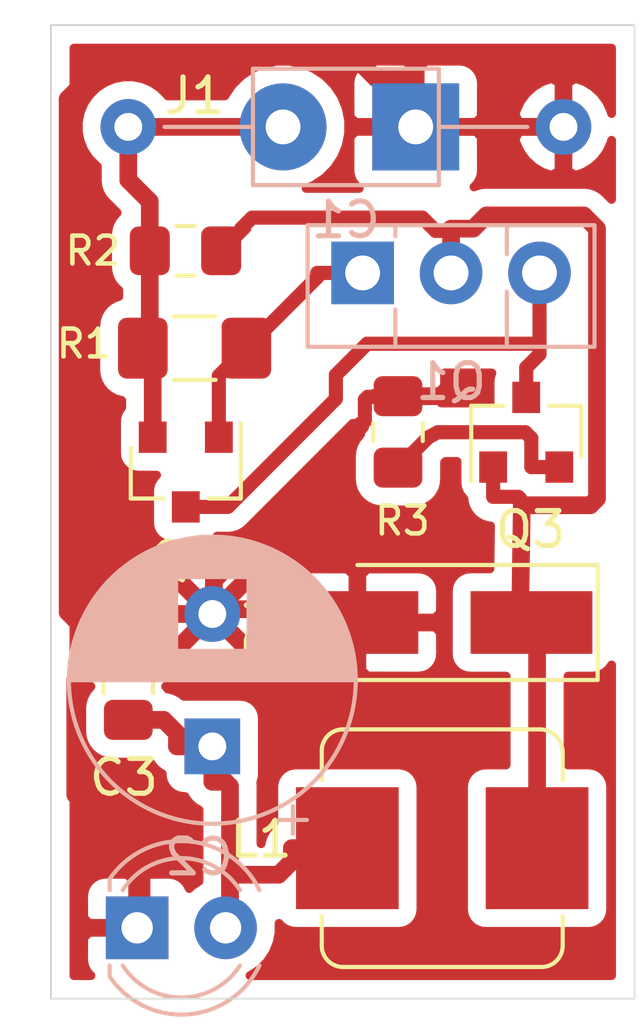
<source format=kicad_pcb>
(kicad_pcb (version 20171130) (host pcbnew "(5.1.5)-3")

  (general
    (thickness 1.6)
    (drawings 4)
    (tracks 95)
    (zones 0)
    (modules 13)
    (nets 8)
  )

  (page A4)
  (layers
    (0 F.Cu signal)
    (31 B.Cu jumper)
    (32 B.Adhes user)
    (33 F.Adhes user)
    (34 B.Paste user)
    (35 F.Paste user)
    (36 B.SilkS user hide)
    (37 F.SilkS user)
    (38 B.Mask user)
    (39 F.Mask user)
    (40 Dwgs.User user)
    (41 Cmts.User user)
    (42 Eco1.User user)
    (43 Eco2.User user)
    (44 Edge.Cuts user)
    (45 Margin user)
    (46 B.CrtYd user)
    (47 F.CrtYd user)
    (48 B.Fab user)
    (49 F.Fab user)
  )

  (setup
    (last_trace_width 0.25)
    (user_trace_width 0.4064)
    (user_trace_width 0.508)
    (trace_clearance 0.2)
    (zone_clearance 0.508)
    (zone_45_only no)
    (trace_min 0.2)
    (via_size 0.8)
    (via_drill 0.4)
    (via_min_size 0.4)
    (via_min_drill 0.3)
    (user_via 1.524 0.508)
    (uvia_size 0.3)
    (uvia_drill 0.1)
    (uvias_allowed no)
    (uvia_min_size 0.2)
    (uvia_min_drill 0.1)
    (edge_width 0.05)
    (segment_width 0.2)
    (pcb_text_width 0.3)
    (pcb_text_size 1.5 1.5)
    (mod_edge_width 0.12)
    (mod_text_size 1 1)
    (mod_text_width 0.15)
    (pad_size 1.524 1.524)
    (pad_drill 0.762)
    (pad_to_mask_clearance 0.051)
    (solder_mask_min_width 0.25)
    (aux_axis_origin 0 0)
    (visible_elements 7FFFFFFF)
    (pcbplotparams
      (layerselection 0x00080_7ffffffe)
      (usegerberextensions false)
      (usegerberattributes false)
      (usegerberadvancedattributes false)
      (creategerberjobfile false)
      (excludeedgelayer false)
      (linewidth 0.100000)
      (plotframeref false)
      (viasonmask false)
      (mode 1)
      (useauxorigin false)
      (hpglpennumber 1)
      (hpglpenspeed 20)
      (hpglpendiameter 15.000000)
      (psnegative false)
      (psa4output false)
      (plotreference true)
      (plotvalue true)
      (plotinvisibletext false)
      (padsonsilk false)
      (subtractmaskfromsilk false)
      (outputformat 5)
      (mirror false)
      (drillshape 0)
      (scaleselection 1)
      (outputdirectory ""))
  )

  (net 0 "")
  (net 1 VCC)
  (net 2 GND)
  (net 3 "Net-(D1-Pad1)")
  (net 4 "Net-(Q1-Pad3)")
  (net 5 "Net-(Q1-Pad1)")
  (net 6 "Net-(C2-Pad1)")
  (net 7 "Net-(Q3-Pad2)")

  (net_class Default "This is the default net class."
    (clearance 0.2)
    (trace_width 0.25)
    (via_dia 0.8)
    (via_drill 0.4)
    (uvia_dia 0.3)
    (uvia_drill 0.1)
  )

  (net_class pwr ""
    (clearance 0.2)
    (trace_width 0.508)
    (via_dia 0.8)
    (via_drill 0.4)
    (uvia_dia 0.3)
    (uvia_drill 0.1)
    (add_net GND)
    (add_net VCC)
  )

  (net_class signal ""
    (clearance 0.2)
    (trace_width 0.4064)
    (via_dia 0.8)
    (via_drill 0.4)
    (uvia_dia 0.3)
    (uvia_drill 0.1)
    (add_net "Net-(C2-Pad1)")
    (add_net "Net-(D1-Pad1)")
    (add_net "Net-(Q1-Pad1)")
    (add_net "Net-(Q1-Pad3)")
    (add_net "Net-(Q3-Pad2)")
  )

  (module Capacitor_SMD:C_0805_2012Metric_Pad1.15x1.40mm_HandSolder (layer F.Cu) (tedit 5B36C52B) (tstamp 65FA0076)
    (at 43.815 40.631 90)
    (descr "Capacitor SMD 0805 (2012 Metric), square (rectangular) end terminal, IPC_7351 nominal with elongated pad for handsoldering. (Body size source: https://docs.google.com/spreadsheets/d/1BsfQQcO9C6DZCsRaXUlFlo91Tg2WpOkGARC1WS5S8t0/edit?usp=sharing), generated with kicad-footprint-generator")
    (tags "capacitor handsolder")
    (path /65FEE2F2)
    (attr smd)
    (fp_text reference C3 (at -2.676 -0.127 180) (layer F.SilkS)
      (effects (font (size 1 1) (thickness 0.15)))
    )
    (fp_text value 1u (at 0 1.65 90) (layer F.Fab)
      (effects (font (size 1 1) (thickness 0.15)))
    )
    (fp_line (start -1 0.6) (end -1 -0.6) (layer F.Fab) (width 0.1))
    (fp_line (start -1 -0.6) (end 1 -0.6) (layer F.Fab) (width 0.1))
    (fp_line (start 1 -0.6) (end 1 0.6) (layer F.Fab) (width 0.1))
    (fp_line (start 1 0.6) (end -1 0.6) (layer F.Fab) (width 0.1))
    (fp_line (start -0.261252 -0.71) (end 0.261252 -0.71) (layer F.SilkS) (width 0.12))
    (fp_line (start -0.261252 0.71) (end 0.261252 0.71) (layer F.SilkS) (width 0.12))
    (fp_line (start -1.85 0.95) (end -1.85 -0.95) (layer F.CrtYd) (width 0.05))
    (fp_line (start -1.85 -0.95) (end 1.85 -0.95) (layer F.CrtYd) (width 0.05))
    (fp_line (start 1.85 -0.95) (end 1.85 0.95) (layer F.CrtYd) (width 0.05))
    (fp_line (start 1.85 0.95) (end -1.85 0.95) (layer F.CrtYd) (width 0.05))
    (fp_text user %R (at 0 0 90) (layer F.Fab)
      (effects (font (size 0.5 0.5) (thickness 0.08)))
    )
    (pad 1 smd roundrect (at -1.025 0 90) (size 1.15 1.4) (layers F.Cu F.Paste F.Mask) (roundrect_rratio 0.217391)
      (net 6 "Net-(C2-Pad1)"))
    (pad 2 smd roundrect (at 1.025 0 90) (size 1.15 1.4) (layers F.Cu F.Paste F.Mask) (roundrect_rratio 0.217391)
      (net 2 GND))
    (model ${KISYS3DMOD}/Capacitor_SMD.3dshapes/C_0805_2012Metric.wrl
      (at (xyz 0 0 0))
      (scale (xyz 1 1 1))
      (rotate (xyz 0 0 0))
    )
  )

  (module Package_TO_SOT_THT:TO-126-3_Vertical (layer B.Cu) (tedit 5AC8BA0D) (tstamp 65FA0109)
    (at 50.546 28.829)
    (descr "TO-126-3, Vertical, RM 2.54mm, see https://www.diodes.com/assets/Package-Files/TO126.pdf")
    (tags "TO-126-3 Vertical RM 2.54mm")
    (path /65FFEEE0)
    (fp_text reference Q1 (at 2.54 3.12) (layer B.SilkS)
      (effects (font (size 1 1) (thickness 0.15)) (justify mirror))
    )
    (fp_text value BD138 (at 2.54 -2.5) (layer B.Fab)
      (effects (font (size 1 1) (thickness 0.15)) (justify mirror))
    )
    (fp_line (start -1.46 2) (end -1.46 -1.25) (layer B.Fab) (width 0.1))
    (fp_line (start -1.46 -1.25) (end 6.54 -1.25) (layer B.Fab) (width 0.1))
    (fp_line (start 6.54 -1.25) (end 6.54 2) (layer B.Fab) (width 0.1))
    (fp_line (start 6.54 2) (end -1.46 2) (layer B.Fab) (width 0.1))
    (fp_line (start 0.94 2) (end 0.94 -1.25) (layer B.Fab) (width 0.1))
    (fp_line (start 4.14 2) (end 4.14 -1.25) (layer B.Fab) (width 0.1))
    (fp_line (start -1.58 2.12) (end 6.66 2.12) (layer B.SilkS) (width 0.12))
    (fp_line (start -1.58 -1.37) (end 6.66 -1.37) (layer B.SilkS) (width 0.12))
    (fp_line (start -1.58 2.12) (end -1.58 -1.37) (layer B.SilkS) (width 0.12))
    (fp_line (start 6.66 2.12) (end 6.66 -1.37) (layer B.SilkS) (width 0.12))
    (fp_line (start 0.94 2.12) (end 0.94 1.05) (layer B.SilkS) (width 0.12))
    (fp_line (start 0.94 -1.05) (end 0.94 -1.37) (layer B.SilkS) (width 0.12))
    (fp_line (start 4.141 2.12) (end 4.141 0.54) (layer B.SilkS) (width 0.12))
    (fp_line (start 4.141 -0.54) (end 4.141 -1.37) (layer B.SilkS) (width 0.12))
    (fp_line (start -1.71 2.25) (end -1.71 -1.5) (layer B.CrtYd) (width 0.05))
    (fp_line (start -1.71 -1.5) (end 6.79 -1.5) (layer B.CrtYd) (width 0.05))
    (fp_line (start 6.79 -1.5) (end 6.79 2.25) (layer B.CrtYd) (width 0.05))
    (fp_line (start 6.79 2.25) (end -1.71 2.25) (layer B.CrtYd) (width 0.05))
    (fp_text user %R (at 2.54 3.12) (layer B.Fab)
      (effects (font (size 1 1) (thickness 0.15)) (justify mirror))
    )
    (pad 1 thru_hole rect (at 0 0) (size 1.8 1.8) (drill 1) (layers *.Cu *.Mask)
      (net 5 "Net-(Q1-Pad1)"))
    (pad 2 thru_hole oval (at 2.54 0) (size 1.8 1.8) (drill 1) (layers *.Cu *.Mask)
      (net 3 "Net-(D1-Pad1)"))
    (pad 3 thru_hole oval (at 5.08 0) (size 1.8 1.8) (drill 1) (layers *.Cu *.Mask)
      (net 4 "Net-(Q1-Pad3)"))
    (model ${KISYS3DMOD}/Package_TO_SOT_THT.3dshapes/TO-126-3_Vertical.wrl
      (at (xyz 0 0 0))
      (scale (xyz 1 1 1))
      (rotate (xyz 0 0 0))
    )
  )

  (module Capacitor_THT:CP_Radial_D8.0mm_P3.80mm (layer B.Cu) (tedit 5AE50EF0) (tstamp 65FA0065)
    (at 46.228 42.418 90)
    (descr "CP, Radial series, Radial, pin pitch=3.80mm, , diameter=8mm, Electrolytic Capacitor")
    (tags "CP Radial series Radial pin pitch 3.80mm  diameter 8mm Electrolytic Capacitor")
    (path /65FEE9F7)
    (fp_text reference C2 (at -3.175 -0.381 180) (layer B.SilkS)
      (effects (font (size 1 1) (thickness 0.15)) (justify mirror))
    )
    (fp_text value 200u (at 1.9 -5.25 270) (layer B.Fab)
      (effects (font (size 1 1) (thickness 0.15)) (justify mirror))
    )
    (fp_circle (center 1.9 0) (end 5.9 0) (layer B.Fab) (width 0.1))
    (fp_circle (center 1.9 0) (end 6.02 0) (layer B.SilkS) (width 0.12))
    (fp_circle (center 1.9 0) (end 6.15 0) (layer B.CrtYd) (width 0.05))
    (fp_line (start -1.526759 1.7475) (end -0.726759 1.7475) (layer B.Fab) (width 0.1))
    (fp_line (start -1.126759 2.1475) (end -1.126759 1.3475) (layer B.Fab) (width 0.1))
    (fp_line (start 1.9 4.08) (end 1.9 -4.08) (layer B.SilkS) (width 0.12))
    (fp_line (start 1.94 4.08) (end 1.94 -4.08) (layer B.SilkS) (width 0.12))
    (fp_line (start 1.98 4.08) (end 1.98 -4.08) (layer B.SilkS) (width 0.12))
    (fp_line (start 2.02 4.079) (end 2.02 -4.079) (layer B.SilkS) (width 0.12))
    (fp_line (start 2.06 4.077) (end 2.06 -4.077) (layer B.SilkS) (width 0.12))
    (fp_line (start 2.1 4.076) (end 2.1 -4.076) (layer B.SilkS) (width 0.12))
    (fp_line (start 2.14 4.074) (end 2.14 -4.074) (layer B.SilkS) (width 0.12))
    (fp_line (start 2.18 4.071) (end 2.18 -4.071) (layer B.SilkS) (width 0.12))
    (fp_line (start 2.22 4.068) (end 2.22 -4.068) (layer B.SilkS) (width 0.12))
    (fp_line (start 2.26 4.065) (end 2.26 -4.065) (layer B.SilkS) (width 0.12))
    (fp_line (start 2.3 4.061) (end 2.3 -4.061) (layer B.SilkS) (width 0.12))
    (fp_line (start 2.34 4.057) (end 2.34 -4.057) (layer B.SilkS) (width 0.12))
    (fp_line (start 2.38 4.052) (end 2.38 -4.052) (layer B.SilkS) (width 0.12))
    (fp_line (start 2.42 4.048) (end 2.42 -4.048) (layer B.SilkS) (width 0.12))
    (fp_line (start 2.46 4.042) (end 2.46 -4.042) (layer B.SilkS) (width 0.12))
    (fp_line (start 2.5 4.037) (end 2.5 -4.037) (layer B.SilkS) (width 0.12))
    (fp_line (start 2.54 4.03) (end 2.54 -4.03) (layer B.SilkS) (width 0.12))
    (fp_line (start 2.58 4.024) (end 2.58 -4.024) (layer B.SilkS) (width 0.12))
    (fp_line (start 2.621 4.017) (end 2.621 -4.017) (layer B.SilkS) (width 0.12))
    (fp_line (start 2.661 4.01) (end 2.661 -4.01) (layer B.SilkS) (width 0.12))
    (fp_line (start 2.701 4.002) (end 2.701 -4.002) (layer B.SilkS) (width 0.12))
    (fp_line (start 2.741 3.994) (end 2.741 -3.994) (layer B.SilkS) (width 0.12))
    (fp_line (start 2.781 3.985) (end 2.781 1.04) (layer B.SilkS) (width 0.12))
    (fp_line (start 2.781 -1.04) (end 2.781 -3.985) (layer B.SilkS) (width 0.12))
    (fp_line (start 2.821 3.976) (end 2.821 1.04) (layer B.SilkS) (width 0.12))
    (fp_line (start 2.821 -1.04) (end 2.821 -3.976) (layer B.SilkS) (width 0.12))
    (fp_line (start 2.861 3.967) (end 2.861 1.04) (layer B.SilkS) (width 0.12))
    (fp_line (start 2.861 -1.04) (end 2.861 -3.967) (layer B.SilkS) (width 0.12))
    (fp_line (start 2.901 3.957) (end 2.901 1.04) (layer B.SilkS) (width 0.12))
    (fp_line (start 2.901 -1.04) (end 2.901 -3.957) (layer B.SilkS) (width 0.12))
    (fp_line (start 2.941 3.947) (end 2.941 1.04) (layer B.SilkS) (width 0.12))
    (fp_line (start 2.941 -1.04) (end 2.941 -3.947) (layer B.SilkS) (width 0.12))
    (fp_line (start 2.981 3.936) (end 2.981 1.04) (layer B.SilkS) (width 0.12))
    (fp_line (start 2.981 -1.04) (end 2.981 -3.936) (layer B.SilkS) (width 0.12))
    (fp_line (start 3.021 3.925) (end 3.021 1.04) (layer B.SilkS) (width 0.12))
    (fp_line (start 3.021 -1.04) (end 3.021 -3.925) (layer B.SilkS) (width 0.12))
    (fp_line (start 3.061 3.914) (end 3.061 1.04) (layer B.SilkS) (width 0.12))
    (fp_line (start 3.061 -1.04) (end 3.061 -3.914) (layer B.SilkS) (width 0.12))
    (fp_line (start 3.101 3.902) (end 3.101 1.04) (layer B.SilkS) (width 0.12))
    (fp_line (start 3.101 -1.04) (end 3.101 -3.902) (layer B.SilkS) (width 0.12))
    (fp_line (start 3.141 3.889) (end 3.141 1.04) (layer B.SilkS) (width 0.12))
    (fp_line (start 3.141 -1.04) (end 3.141 -3.889) (layer B.SilkS) (width 0.12))
    (fp_line (start 3.181 3.877) (end 3.181 1.04) (layer B.SilkS) (width 0.12))
    (fp_line (start 3.181 -1.04) (end 3.181 -3.877) (layer B.SilkS) (width 0.12))
    (fp_line (start 3.221 3.863) (end 3.221 1.04) (layer B.SilkS) (width 0.12))
    (fp_line (start 3.221 -1.04) (end 3.221 -3.863) (layer B.SilkS) (width 0.12))
    (fp_line (start 3.261 3.85) (end 3.261 1.04) (layer B.SilkS) (width 0.12))
    (fp_line (start 3.261 -1.04) (end 3.261 -3.85) (layer B.SilkS) (width 0.12))
    (fp_line (start 3.301 3.835) (end 3.301 1.04) (layer B.SilkS) (width 0.12))
    (fp_line (start 3.301 -1.04) (end 3.301 -3.835) (layer B.SilkS) (width 0.12))
    (fp_line (start 3.341 3.821) (end 3.341 1.04) (layer B.SilkS) (width 0.12))
    (fp_line (start 3.341 -1.04) (end 3.341 -3.821) (layer B.SilkS) (width 0.12))
    (fp_line (start 3.381 3.805) (end 3.381 1.04) (layer B.SilkS) (width 0.12))
    (fp_line (start 3.381 -1.04) (end 3.381 -3.805) (layer B.SilkS) (width 0.12))
    (fp_line (start 3.421 3.79) (end 3.421 1.04) (layer B.SilkS) (width 0.12))
    (fp_line (start 3.421 -1.04) (end 3.421 -3.79) (layer B.SilkS) (width 0.12))
    (fp_line (start 3.461 3.774) (end 3.461 1.04) (layer B.SilkS) (width 0.12))
    (fp_line (start 3.461 -1.04) (end 3.461 -3.774) (layer B.SilkS) (width 0.12))
    (fp_line (start 3.501 3.757) (end 3.501 1.04) (layer B.SilkS) (width 0.12))
    (fp_line (start 3.501 -1.04) (end 3.501 -3.757) (layer B.SilkS) (width 0.12))
    (fp_line (start 3.541 3.74) (end 3.541 1.04) (layer B.SilkS) (width 0.12))
    (fp_line (start 3.541 -1.04) (end 3.541 -3.74) (layer B.SilkS) (width 0.12))
    (fp_line (start 3.581 3.722) (end 3.581 1.04) (layer B.SilkS) (width 0.12))
    (fp_line (start 3.581 -1.04) (end 3.581 -3.722) (layer B.SilkS) (width 0.12))
    (fp_line (start 3.621 3.704) (end 3.621 1.04) (layer B.SilkS) (width 0.12))
    (fp_line (start 3.621 -1.04) (end 3.621 -3.704) (layer B.SilkS) (width 0.12))
    (fp_line (start 3.661 3.686) (end 3.661 1.04) (layer B.SilkS) (width 0.12))
    (fp_line (start 3.661 -1.04) (end 3.661 -3.686) (layer B.SilkS) (width 0.12))
    (fp_line (start 3.701 3.666) (end 3.701 1.04) (layer B.SilkS) (width 0.12))
    (fp_line (start 3.701 -1.04) (end 3.701 -3.666) (layer B.SilkS) (width 0.12))
    (fp_line (start 3.741 3.647) (end 3.741 1.04) (layer B.SilkS) (width 0.12))
    (fp_line (start 3.741 -1.04) (end 3.741 -3.647) (layer B.SilkS) (width 0.12))
    (fp_line (start 3.781 3.627) (end 3.781 1.04) (layer B.SilkS) (width 0.12))
    (fp_line (start 3.781 -1.04) (end 3.781 -3.627) (layer B.SilkS) (width 0.12))
    (fp_line (start 3.821 3.606) (end 3.821 1.04) (layer B.SilkS) (width 0.12))
    (fp_line (start 3.821 -1.04) (end 3.821 -3.606) (layer B.SilkS) (width 0.12))
    (fp_line (start 3.861 3.584) (end 3.861 1.04) (layer B.SilkS) (width 0.12))
    (fp_line (start 3.861 -1.04) (end 3.861 -3.584) (layer B.SilkS) (width 0.12))
    (fp_line (start 3.901 3.562) (end 3.901 1.04) (layer B.SilkS) (width 0.12))
    (fp_line (start 3.901 -1.04) (end 3.901 -3.562) (layer B.SilkS) (width 0.12))
    (fp_line (start 3.941 3.54) (end 3.941 1.04) (layer B.SilkS) (width 0.12))
    (fp_line (start 3.941 -1.04) (end 3.941 -3.54) (layer B.SilkS) (width 0.12))
    (fp_line (start 3.981 3.517) (end 3.981 1.04) (layer B.SilkS) (width 0.12))
    (fp_line (start 3.981 -1.04) (end 3.981 -3.517) (layer B.SilkS) (width 0.12))
    (fp_line (start 4.021 3.493) (end 4.021 1.04) (layer B.SilkS) (width 0.12))
    (fp_line (start 4.021 -1.04) (end 4.021 -3.493) (layer B.SilkS) (width 0.12))
    (fp_line (start 4.061 3.469) (end 4.061 1.04) (layer B.SilkS) (width 0.12))
    (fp_line (start 4.061 -1.04) (end 4.061 -3.469) (layer B.SilkS) (width 0.12))
    (fp_line (start 4.101 3.444) (end 4.101 1.04) (layer B.SilkS) (width 0.12))
    (fp_line (start 4.101 -1.04) (end 4.101 -3.444) (layer B.SilkS) (width 0.12))
    (fp_line (start 4.141 3.418) (end 4.141 1.04) (layer B.SilkS) (width 0.12))
    (fp_line (start 4.141 -1.04) (end 4.141 -3.418) (layer B.SilkS) (width 0.12))
    (fp_line (start 4.181 3.392) (end 4.181 1.04) (layer B.SilkS) (width 0.12))
    (fp_line (start 4.181 -1.04) (end 4.181 -3.392) (layer B.SilkS) (width 0.12))
    (fp_line (start 4.221 3.365) (end 4.221 1.04) (layer B.SilkS) (width 0.12))
    (fp_line (start 4.221 -1.04) (end 4.221 -3.365) (layer B.SilkS) (width 0.12))
    (fp_line (start 4.261 3.338) (end 4.261 1.04) (layer B.SilkS) (width 0.12))
    (fp_line (start 4.261 -1.04) (end 4.261 -3.338) (layer B.SilkS) (width 0.12))
    (fp_line (start 4.301 3.309) (end 4.301 1.04) (layer B.SilkS) (width 0.12))
    (fp_line (start 4.301 -1.04) (end 4.301 -3.309) (layer B.SilkS) (width 0.12))
    (fp_line (start 4.341 3.28) (end 4.341 1.04) (layer B.SilkS) (width 0.12))
    (fp_line (start 4.341 -1.04) (end 4.341 -3.28) (layer B.SilkS) (width 0.12))
    (fp_line (start 4.381 3.25) (end 4.381 1.04) (layer B.SilkS) (width 0.12))
    (fp_line (start 4.381 -1.04) (end 4.381 -3.25) (layer B.SilkS) (width 0.12))
    (fp_line (start 4.421 3.22) (end 4.421 1.04) (layer B.SilkS) (width 0.12))
    (fp_line (start 4.421 -1.04) (end 4.421 -3.22) (layer B.SilkS) (width 0.12))
    (fp_line (start 4.461 3.189) (end 4.461 1.04) (layer B.SilkS) (width 0.12))
    (fp_line (start 4.461 -1.04) (end 4.461 -3.189) (layer B.SilkS) (width 0.12))
    (fp_line (start 4.501 3.156) (end 4.501 1.04) (layer B.SilkS) (width 0.12))
    (fp_line (start 4.501 -1.04) (end 4.501 -3.156) (layer B.SilkS) (width 0.12))
    (fp_line (start 4.541 3.124) (end 4.541 1.04) (layer B.SilkS) (width 0.12))
    (fp_line (start 4.541 -1.04) (end 4.541 -3.124) (layer B.SilkS) (width 0.12))
    (fp_line (start 4.581 3.09) (end 4.581 1.04) (layer B.SilkS) (width 0.12))
    (fp_line (start 4.581 -1.04) (end 4.581 -3.09) (layer B.SilkS) (width 0.12))
    (fp_line (start 4.621 3.055) (end 4.621 1.04) (layer B.SilkS) (width 0.12))
    (fp_line (start 4.621 -1.04) (end 4.621 -3.055) (layer B.SilkS) (width 0.12))
    (fp_line (start 4.661 3.019) (end 4.661 1.04) (layer B.SilkS) (width 0.12))
    (fp_line (start 4.661 -1.04) (end 4.661 -3.019) (layer B.SilkS) (width 0.12))
    (fp_line (start 4.701 2.983) (end 4.701 1.04) (layer B.SilkS) (width 0.12))
    (fp_line (start 4.701 -1.04) (end 4.701 -2.983) (layer B.SilkS) (width 0.12))
    (fp_line (start 4.741 2.945) (end 4.741 1.04) (layer B.SilkS) (width 0.12))
    (fp_line (start 4.741 -1.04) (end 4.741 -2.945) (layer B.SilkS) (width 0.12))
    (fp_line (start 4.781 2.907) (end 4.781 1.04) (layer B.SilkS) (width 0.12))
    (fp_line (start 4.781 -1.04) (end 4.781 -2.907) (layer B.SilkS) (width 0.12))
    (fp_line (start 4.821 2.867) (end 4.821 1.04) (layer B.SilkS) (width 0.12))
    (fp_line (start 4.821 -1.04) (end 4.821 -2.867) (layer B.SilkS) (width 0.12))
    (fp_line (start 4.861 2.826) (end 4.861 -2.826) (layer B.SilkS) (width 0.12))
    (fp_line (start 4.901 2.784) (end 4.901 -2.784) (layer B.SilkS) (width 0.12))
    (fp_line (start 4.941 2.741) (end 4.941 -2.741) (layer B.SilkS) (width 0.12))
    (fp_line (start 4.981 2.697) (end 4.981 -2.697) (layer B.SilkS) (width 0.12))
    (fp_line (start 5.021 2.651) (end 5.021 -2.651) (layer B.SilkS) (width 0.12))
    (fp_line (start 5.061 2.604) (end 5.061 -2.604) (layer B.SilkS) (width 0.12))
    (fp_line (start 5.101 2.556) (end 5.101 -2.556) (layer B.SilkS) (width 0.12))
    (fp_line (start 5.141 2.505) (end 5.141 -2.505) (layer B.SilkS) (width 0.12))
    (fp_line (start 5.181 2.454) (end 5.181 -2.454) (layer B.SilkS) (width 0.12))
    (fp_line (start 5.221 2.4) (end 5.221 -2.4) (layer B.SilkS) (width 0.12))
    (fp_line (start 5.261 2.345) (end 5.261 -2.345) (layer B.SilkS) (width 0.12))
    (fp_line (start 5.301 2.287) (end 5.301 -2.287) (layer B.SilkS) (width 0.12))
    (fp_line (start 5.341 2.228) (end 5.341 -2.228) (layer B.SilkS) (width 0.12))
    (fp_line (start 5.381 2.166) (end 5.381 -2.166) (layer B.SilkS) (width 0.12))
    (fp_line (start 5.421 2.102) (end 5.421 -2.102) (layer B.SilkS) (width 0.12))
    (fp_line (start 5.461 2.034) (end 5.461 -2.034) (layer B.SilkS) (width 0.12))
    (fp_line (start 5.501 1.964) (end 5.501 -1.964) (layer B.SilkS) (width 0.12))
    (fp_line (start 5.541 1.89) (end 5.541 -1.89) (layer B.SilkS) (width 0.12))
    (fp_line (start 5.581 1.813) (end 5.581 -1.813) (layer B.SilkS) (width 0.12))
    (fp_line (start 5.621 1.731) (end 5.621 -1.731) (layer B.SilkS) (width 0.12))
    (fp_line (start 5.661 1.645) (end 5.661 -1.645) (layer B.SilkS) (width 0.12))
    (fp_line (start 5.701 1.552) (end 5.701 -1.552) (layer B.SilkS) (width 0.12))
    (fp_line (start 5.741 1.453) (end 5.741 -1.453) (layer B.SilkS) (width 0.12))
    (fp_line (start 5.781 1.346) (end 5.781 -1.346) (layer B.SilkS) (width 0.12))
    (fp_line (start 5.821 1.229) (end 5.821 -1.229) (layer B.SilkS) (width 0.12))
    (fp_line (start 5.861 1.098) (end 5.861 -1.098) (layer B.SilkS) (width 0.12))
    (fp_line (start 5.901 0.948) (end 5.901 -0.948) (layer B.SilkS) (width 0.12))
    (fp_line (start 5.941 0.768) (end 5.941 -0.768) (layer B.SilkS) (width 0.12))
    (fp_line (start 5.981 0.533) (end 5.981 -0.533) (layer B.SilkS) (width 0.12))
    (fp_line (start -2.509698 2.315) (end -1.709698 2.315) (layer B.SilkS) (width 0.12))
    (fp_line (start -2.109698 2.715) (end -2.109698 1.915) (layer B.SilkS) (width 0.12))
    (fp_text user %R (at 1.9 0 270) (layer B.Fab)
      (effects (font (size 1 1) (thickness 0.15)) (justify mirror))
    )
    (pad 1 thru_hole rect (at 0 0 90) (size 1.6 1.6) (drill 0.8) (layers *.Cu *.Mask)
      (net 6 "Net-(C2-Pad1)"))
    (pad 2 thru_hole circle (at 3.8 0 90) (size 1.6 1.6) (drill 0.8) (layers *.Cu *.Mask)
      (net 2 GND))
    (model ${KISYS3DMOD}/Capacitor_THT.3dshapes/CP_Radial_D8.0mm_P3.80mm.wrl
      (at (xyz 0 0 0))
      (scale (xyz 1 1 1))
      (rotate (xyz 0 0 0))
    )
  )

  (module Connector_Wire:SolderWirePad_1x02_P3.81mm_Drill1mm (layer F.Cu) (tedit 5AEE5F04) (tstamp 65FA00DC)
    (at 52.07 24.638 180)
    (descr "Wire solder connection")
    (tags connector)
    (path /65F3A3FF)
    (attr virtual)
    (fp_text reference J1 (at 6.35 0.889 180) (layer F.SilkS)
      (effects (font (size 1 1) (thickness 0.15)))
    )
    (fp_text value PWR (at 1.905 2.794) (layer F.Fab)
      (effects (font (size 1 1) (thickness 0.15)))
    )
    (fp_text user %R (at 1.905 0) (layer F.Fab)
      (effects (font (size 1 1) (thickness 0.15)))
    )
    (fp_line (start -1.74 -1.75) (end 5.56 -1.75) (layer F.CrtYd) (width 0.05))
    (fp_line (start -1.74 -1.75) (end -1.74 1.75) (layer F.CrtYd) (width 0.05))
    (fp_line (start 5.56 1.75) (end 5.56 -1.75) (layer F.CrtYd) (width 0.05))
    (fp_line (start 5.56 1.75) (end -1.74 1.75) (layer F.CrtYd) (width 0.05))
    (pad 1 thru_hole rect (at 0 0 180) (size 2.49936 2.49936) (drill 1.00076) (layers *.Cu *.Mask)
      (net 2 GND))
    (pad 2 thru_hole circle (at 3.81 0 180) (size 2.49936 2.49936) (drill 1.00076) (layers *.Cu *.Mask)
      (net 1 VCC))
  )

  (module Package_TO_SOT_SMD:SOT-23 (layer F.Cu) (tedit 5A02FF57) (tstamp 65FA011E)
    (at 45.466 34.544 270)
    (descr "SOT-23, Standard")
    (tags SOT-23)
    (path /65F87EDE)
    (attr smd)
    (fp_text reference Q2 (at 2.54 0 180) (layer F.SilkS)
      (effects (font (size 1 1) (thickness 0.15)))
    )
    (fp_text value BC856 (at 0 2.5 90) (layer F.Fab)
      (effects (font (size 1 1) (thickness 0.15)))
    )
    (fp_text user %R (at 0 0) (layer F.Fab)
      (effects (font (size 0.5 0.5) (thickness 0.075)))
    )
    (fp_line (start -0.7 -0.95) (end -0.7 1.5) (layer F.Fab) (width 0.1))
    (fp_line (start -0.15 -1.52) (end 0.7 -1.52) (layer F.Fab) (width 0.1))
    (fp_line (start -0.7 -0.95) (end -0.15 -1.52) (layer F.Fab) (width 0.1))
    (fp_line (start 0.7 -1.52) (end 0.7 1.52) (layer F.Fab) (width 0.1))
    (fp_line (start -0.7 1.52) (end 0.7 1.52) (layer F.Fab) (width 0.1))
    (fp_line (start 0.76 1.58) (end 0.76 0.65) (layer F.SilkS) (width 0.12))
    (fp_line (start 0.76 -1.58) (end 0.76 -0.65) (layer F.SilkS) (width 0.12))
    (fp_line (start -1.7 -1.75) (end 1.7 -1.75) (layer F.CrtYd) (width 0.05))
    (fp_line (start 1.7 -1.75) (end 1.7 1.75) (layer F.CrtYd) (width 0.05))
    (fp_line (start 1.7 1.75) (end -1.7 1.75) (layer F.CrtYd) (width 0.05))
    (fp_line (start -1.7 1.75) (end -1.7 -1.75) (layer F.CrtYd) (width 0.05))
    (fp_line (start 0.76 -1.58) (end -1.4 -1.58) (layer F.SilkS) (width 0.12))
    (fp_line (start 0.76 1.58) (end -0.7 1.58) (layer F.SilkS) (width 0.12))
    (pad 1 smd rect (at -1 -0.95 270) (size 0.9 0.8) (layers F.Cu F.Paste F.Mask)
      (net 5 "Net-(Q1-Pad1)"))
    (pad 2 smd rect (at -1 0.95 270) (size 0.9 0.8) (layers F.Cu F.Paste F.Mask)
      (net 1 VCC))
    (pad 3 smd rect (at 1 0 270) (size 0.9 0.8) (layers F.Cu F.Paste F.Mask)
      (net 4 "Net-(Q1-Pad3)"))
    (model ${KISYS3DMOD}/Package_TO_SOT_SMD.3dshapes/SOT-23.wrl
      (at (xyz 0 0 0))
      (scale (xyz 1 1 1))
      (rotate (xyz 0 0 0))
    )
  )

  (module Package_TO_SOT_SMD:SOT-23 (layer F.Cu) (tedit 5A02FF57) (tstamp 65FA0133)
    (at 55.245 33.401 90)
    (descr "SOT-23, Standard")
    (tags SOT-23)
    (path /65FF8664)
    (attr smd)
    (fp_text reference Q3 (at -2.794 0.127 180) (layer F.SilkS)
      (effects (font (size 1 1) (thickness 0.15)))
    )
    (fp_text value BC847 (at 0 2.5 90) (layer F.Fab)
      (effects (font (size 1 1) (thickness 0.15)))
    )
    (fp_line (start 0.76 1.58) (end -0.7 1.58) (layer F.SilkS) (width 0.12))
    (fp_line (start 0.76 -1.58) (end -1.4 -1.58) (layer F.SilkS) (width 0.12))
    (fp_line (start -1.7 1.75) (end -1.7 -1.75) (layer F.CrtYd) (width 0.05))
    (fp_line (start 1.7 1.75) (end -1.7 1.75) (layer F.CrtYd) (width 0.05))
    (fp_line (start 1.7 -1.75) (end 1.7 1.75) (layer F.CrtYd) (width 0.05))
    (fp_line (start -1.7 -1.75) (end 1.7 -1.75) (layer F.CrtYd) (width 0.05))
    (fp_line (start 0.76 -1.58) (end 0.76 -0.65) (layer F.SilkS) (width 0.12))
    (fp_line (start 0.76 1.58) (end 0.76 0.65) (layer F.SilkS) (width 0.12))
    (fp_line (start -0.7 1.52) (end 0.7 1.52) (layer F.Fab) (width 0.1))
    (fp_line (start 0.7 -1.52) (end 0.7 1.52) (layer F.Fab) (width 0.1))
    (fp_line (start -0.7 -0.95) (end -0.15 -1.52) (layer F.Fab) (width 0.1))
    (fp_line (start -0.15 -1.52) (end 0.7 -1.52) (layer F.Fab) (width 0.1))
    (fp_line (start -0.7 -0.95) (end -0.7 1.5) (layer F.Fab) (width 0.1))
    (fp_text user %R (at 0 0) (layer F.Fab)
      (effects (font (size 0.5 0.5) (thickness 0.075)))
    )
    (pad 3 smd rect (at 1 0 90) (size 0.9 0.8) (layers F.Cu F.Paste F.Mask)
      (net 4 "Net-(Q1-Pad3)"))
    (pad 2 smd rect (at -1 0.95 90) (size 0.9 0.8) (layers F.Cu F.Paste F.Mask)
      (net 7 "Net-(Q3-Pad2)"))
    (pad 1 smd rect (at -1 -0.95 90) (size 0.9 0.8) (layers F.Cu F.Paste F.Mask)
      (net 3 "Net-(D1-Pad1)"))
    (model ${KISYS3DMOD}/Package_TO_SOT_SMD.3dshapes/SOT-23.wrl
      (at (xyz 0 0 0))
      (scale (xyz 1 1 1))
      (rotate (xyz 0 0 0))
    )
  )

  (module Resistor_SMD:R_1206_3216Metric_Pad1.42x1.75mm_HandSolder (layer F.Cu) (tedit 5B301BBD) (tstamp 65FA0144)
    (at 45.72 30.988)
    (descr "Resistor SMD 1206 (3216 Metric), square (rectangular) end terminal, IPC_7351 nominal with elongated pad for handsoldering. (Body size source: http://www.tortai-tech.com/upload/download/2011102023233369053.pdf), generated with kicad-footprint-generator")
    (tags "resistor handsolder")
    (path /65FBAFE9)
    (attr smd)
    (fp_text reference R1 (at -3.175 -0.127) (layer F.SilkS)
      (effects (font (size 0.8 0.8) (thickness 0.13)))
    )
    (fp_text value 1R2 (at 0 1.82) (layer F.Fab)
      (effects (font (size 1 1) (thickness 0.15)))
    )
    (fp_line (start -1.6 0.8) (end -1.6 -0.8) (layer F.Fab) (width 0.1))
    (fp_line (start -1.6 -0.8) (end 1.6 -0.8) (layer F.Fab) (width 0.1))
    (fp_line (start 1.6 -0.8) (end 1.6 0.8) (layer F.Fab) (width 0.1))
    (fp_line (start 1.6 0.8) (end -1.6 0.8) (layer F.Fab) (width 0.1))
    (fp_line (start -0.602064 -0.91) (end 0.602064 -0.91) (layer F.SilkS) (width 0.12))
    (fp_line (start -0.602064 0.91) (end 0.602064 0.91) (layer F.SilkS) (width 0.12))
    (fp_line (start -2.45 1.12) (end -2.45 -1.12) (layer F.CrtYd) (width 0.05))
    (fp_line (start -2.45 -1.12) (end 2.45 -1.12) (layer F.CrtYd) (width 0.05))
    (fp_line (start 2.45 -1.12) (end 2.45 1.12) (layer F.CrtYd) (width 0.05))
    (fp_line (start 2.45 1.12) (end -2.45 1.12) (layer F.CrtYd) (width 0.05))
    (pad 1 smd roundrect (at -1.4875 0) (size 1.425 1.75) (layers F.Cu F.Paste F.Mask) (roundrect_rratio 0.175439)
      (net 1 VCC))
    (pad 2 smd roundrect (at 1.4875 0) (size 1.425 1.75) (layers F.Cu F.Paste F.Mask) (roundrect_rratio 0.175439)
      (net 5 "Net-(Q1-Pad1)"))
    (model ${KISYS3DMOD}/Resistor_SMD.3dshapes/R_1206_3216Metric.wrl
      (at (xyz 0 0 0))
      (scale (xyz 1 1 1))
      (rotate (xyz 0 0 0))
    )
  )

  (module Resistor_SMD:R_0805_2012Metric_Pad1.15x1.40mm_HandSolder (layer F.Cu) (tedit 5B36C52B) (tstamp 65FA0155)
    (at 45.457 28.194)
    (descr "Resistor SMD 0805 (2012 Metric), square (rectangular) end terminal, IPC_7351 nominal with elongated pad for handsoldering. (Body size source: https://docs.google.com/spreadsheets/d/1BsfQQcO9C6DZCsRaXUlFlo91Tg2WpOkGARC1WS5S8t0/edit?usp=sharing), generated with kicad-footprint-generator")
    (tags "resistor handsolder")
    (path /65FBBBD9)
    (attr smd)
    (fp_text reference R2 (at -2.658 0) (layer F.SilkS)
      (effects (font (size 0.8 0.8) (thickness 0.13)))
    )
    (fp_text value 10k (at 0 1.65) (layer F.Fab)
      (effects (font (size 1 1) (thickness 0.15)))
    )
    (fp_text user %R (at 0 0) (layer F.Fab)
      (effects (font (size 0.5 0.5) (thickness 0.08)))
    )
    (fp_line (start 1.85 0.95) (end -1.85 0.95) (layer F.CrtYd) (width 0.05))
    (fp_line (start 1.85 -0.95) (end 1.85 0.95) (layer F.CrtYd) (width 0.05))
    (fp_line (start -1.85 -0.95) (end 1.85 -0.95) (layer F.CrtYd) (width 0.05))
    (fp_line (start -1.85 0.95) (end -1.85 -0.95) (layer F.CrtYd) (width 0.05))
    (fp_line (start -0.261252 0.71) (end 0.261252 0.71) (layer F.SilkS) (width 0.12))
    (fp_line (start -0.261252 -0.71) (end 0.261252 -0.71) (layer F.SilkS) (width 0.12))
    (fp_line (start 1 0.6) (end -1 0.6) (layer F.Fab) (width 0.1))
    (fp_line (start 1 -0.6) (end 1 0.6) (layer F.Fab) (width 0.1))
    (fp_line (start -1 -0.6) (end 1 -0.6) (layer F.Fab) (width 0.1))
    (fp_line (start -1 0.6) (end -1 -0.6) (layer F.Fab) (width 0.1))
    (pad 2 smd roundrect (at 1.025 0) (size 1.15 1.4) (layers F.Cu F.Paste F.Mask) (roundrect_rratio 0.217391)
      (net 3 "Net-(D1-Pad1)"))
    (pad 1 smd roundrect (at -1.025 0) (size 1.15 1.4) (layers F.Cu F.Paste F.Mask) (roundrect_rratio 0.217391)
      (net 1 VCC))
    (model ${KISYS3DMOD}/Resistor_SMD.3dshapes/R_0805_2012Metric.wrl
      (at (xyz 0 0 0))
      (scale (xyz 1 1 1))
      (rotate (xyz 0 0 0))
    )
  )

  (module Resistor_SMD:R_0805_2012Metric_Pad1.15x1.40mm_HandSolder (layer F.Cu) (tedit 5B36C52B) (tstamp 65FA0166)
    (at 51.562 33.392 90)
    (descr "Resistor SMD 0805 (2012 Metric), square (rectangular) end terminal, IPC_7351 nominal with elongated pad for handsoldering. (Body size source: https://docs.google.com/spreadsheets/d/1BsfQQcO9C6DZCsRaXUlFlo91Tg2WpOkGARC1WS5S8t0/edit?usp=sharing), generated with kicad-footprint-generator")
    (tags "resistor handsolder")
    (path /65F3697B)
    (attr smd)
    (fp_text reference R3 (at -2.549 0.127 180) (layer F.SilkS)
      (effects (font (size 0.8 0.8) (thickness 0.13)))
    )
    (fp_text value 510 (at 0 1.65 90) (layer F.Fab)
      (effects (font (size 1 1) (thickness 0.15)))
    )
    (fp_line (start -1 0.6) (end -1 -0.6) (layer F.Fab) (width 0.1))
    (fp_line (start -1 -0.6) (end 1 -0.6) (layer F.Fab) (width 0.1))
    (fp_line (start 1 -0.6) (end 1 0.6) (layer F.Fab) (width 0.1))
    (fp_line (start 1 0.6) (end -1 0.6) (layer F.Fab) (width 0.1))
    (fp_line (start -0.261252 -0.71) (end 0.261252 -0.71) (layer F.SilkS) (width 0.12))
    (fp_line (start -0.261252 0.71) (end 0.261252 0.71) (layer F.SilkS) (width 0.12))
    (fp_line (start -1.85 0.95) (end -1.85 -0.95) (layer F.CrtYd) (width 0.05))
    (fp_line (start -1.85 -0.95) (end 1.85 -0.95) (layer F.CrtYd) (width 0.05))
    (fp_line (start 1.85 -0.95) (end 1.85 0.95) (layer F.CrtYd) (width 0.05))
    (fp_line (start 1.85 0.95) (end -1.85 0.95) (layer F.CrtYd) (width 0.05))
    (fp_text user %R (at 0 0 90) (layer F.Fab)
      (effects (font (size 0.5 0.5) (thickness 0.08)))
    )
    (pad 1 smd roundrect (at -1.025 0 90) (size 1.15 1.4) (layers F.Cu F.Paste F.Mask) (roundrect_rratio 0.217391)
      (net 7 "Net-(Q3-Pad2)"))
    (pad 2 smd roundrect (at 1.025 0 90) (size 1.15 1.4) (layers F.Cu F.Paste F.Mask) (roundrect_rratio 0.217391)
      (net 2 GND))
    (model ${KISYS3DMOD}/Resistor_SMD.3dshapes/R_0805_2012Metric.wrl
      (at (xyz 0 0 0))
      (scale (xyz 1 1 1))
      (rotate (xyz 0 0 0))
    )
  )

  (module Inductor_SMD:L_Bourns_SRP7028A_7.3x6.6mm (layer F.Cu) (tedit 5D90E51A) (tstamp 65FD2536)
    (at 52.832 45.339 180)
    (descr "Shielded Power Inductors (https://www.bourns.com/docs/product-datasheets/srp7028a.pdf)")
    (tags "Shielded Inductors Bourns SMD SRP7028A")
    (path /65FE09D8)
    (attr smd)
    (fp_text reference L1 (at 5.207 0.254) (layer F.SilkS)
      (effects (font (size 1 1) (thickness 0.15)))
    )
    (fp_text value 47u (at 0 4.5) (layer F.Fab)
      (effects (font (size 1 1) (thickness 0.15)))
    )
    (fp_line (start -2.85 -3.3) (end 2.85 -3.3) (layer F.Fab) (width 0.1))
    (fp_line (start 3.35 -2.8) (end 3.35 2.8) (layer F.Fab) (width 0.1))
    (fp_line (start 2.85 3.3) (end -2.85 3.3) (layer F.Fab) (width 0.1))
    (fp_line (start -3.35 2.8) (end -3.35 -2.8) (layer F.Fab) (width 0.1))
    (fp_arc (start -2.85 -2.8) (end -2.85 -3.3) (angle -90) (layer F.Fab) (width 0.1))
    (fp_arc (start 2.85 -2.8) (end 3.35 -2.8) (angle -90) (layer F.Fab) (width 0.1))
    (fp_arc (start -2.85 2.8) (end -3.35 2.8) (angle -90) (layer F.Fab) (width 0.1))
    (fp_arc (start 2.85 2.8) (end 2.85 3.3) (angle -90) (layer F.Fab) (width 0.1))
    (fp_arc (start -2.85 -2.8) (end -2.85 -3.41) (angle -90) (layer F.SilkS) (width 0.12))
    (fp_arc (start 2.85 -2.8) (end 3.46 -2.8) (angle -90) (layer F.SilkS) (width 0.12))
    (fp_line (start -2.85 -3.41) (end 2.85 -3.41) (layer F.SilkS) (width 0.12))
    (fp_arc (start -2.8 2.75) (end -3.46 2.75) (angle -90) (layer F.SilkS) (width 0.12))
    (fp_arc (start 2.85 2.8) (end 2.85 3.41) (angle -90) (layer F.SilkS) (width 0.12))
    (fp_line (start 3.46 1.95) (end 3.46 2.8) (layer F.SilkS) (width 0.12))
    (fp_line (start 2.85 3.41) (end -2.8 3.41) (layer F.SilkS) (width 0.12))
    (fp_line (start -3.46 2.75) (end -3.46 1.95) (layer F.SilkS) (width 0.12))
    (fp_line (start -4.45 2) (end -4.45 -2) (layer F.CrtYd) (width 0.05))
    (fp_line (start -3.6 -3.55) (end 3.6 -3.55) (layer F.CrtYd) (width 0.05))
    (fp_line (start 4.45 -2) (end 4.45 2) (layer F.CrtYd) (width 0.05))
    (fp_line (start 3.6 3.55) (end -3.6 3.55) (layer F.CrtYd) (width 0.05))
    (fp_line (start 3.46 -2.8) (end 3.46 -1.95) (layer F.SilkS) (width 0.12))
    (fp_line (start -3.46 -1.95) (end -3.46 -2.8) (layer F.SilkS) (width 0.12))
    (fp_text user %R (at 0 0) (layer F.Fab)
      (effects (font (size 1 1) (thickness 0.15)))
    )
    (fp_line (start -4.45 -2) (end -3.6 -2) (layer F.CrtYd) (width 0.05))
    (fp_line (start -3.6 2) (end -4.45 2) (layer F.CrtYd) (width 0.05))
    (fp_line (start 3.6 -2) (end 4.45 -2) (layer F.CrtYd) (width 0.05))
    (fp_line (start 4.45 2) (end 3.6 2) (layer F.CrtYd) (width 0.05))
    (fp_line (start -3.6 -2) (end -3.6 -3.55) (layer F.CrtYd) (width 0.05))
    (fp_line (start 3.6 -3.55) (end 3.6 -2) (layer F.CrtYd) (width 0.05))
    (fp_line (start 3.6 2) (end 3.6 3.55) (layer F.CrtYd) (width 0.05))
    (fp_line (start -3.6 3.55) (end -3.6 2) (layer F.CrtYd) (width 0.05))
    (pad 1 smd rect (at -2.725 0 180) (size 2.95 3.5) (layers F.Cu F.Paste F.Mask)
      (net 3 "Net-(D1-Pad1)"))
    (pad 2 smd rect (at 2.725 0 180) (size 2.95 3.5) (layers F.Cu F.Paste F.Mask)
      (net 6 "Net-(C2-Pad1)"))
    (model ${KISYS3DMOD}/Inductor_SMD.3dshapes/L_Bourns_SRP7028A_7.3x6.6mm.wrl
      (at (xyz 0 0 0))
      (scale (xyz 1 1 1))
      (rotate (xyz 0 0 0))
    )
  )

  (module Diode_SMD:D_SMA_Handsoldering (layer F.Cu) (tedit 58643398) (tstamp 65FD9719)
    (at 52.8955 38.862 180)
    (descr "Diode SMA (DO-214AC) Handsoldering")
    (tags "Diode SMA (DO-214AC) Handsoldering")
    (path /65FE47BB)
    (attr smd)
    (fp_text reference D1 (at 5.1435 0 270) (layer F.SilkS)
      (effects (font (size 1 1) (thickness 0.15)))
    )
    (fp_text value D_Schottky (at 0 2.6) (layer F.Fab)
      (effects (font (size 1 1) (thickness 0.15)))
    )
    (fp_text user %R (at 0 -2.5) (layer F.Fab)
      (effects (font (size 1 1) (thickness 0.15)))
    )
    (fp_line (start -4.4 -1.65) (end -4.4 1.65) (layer F.SilkS) (width 0.12))
    (fp_line (start 2.3 1.5) (end -2.3 1.5) (layer F.Fab) (width 0.1))
    (fp_line (start -2.3 1.5) (end -2.3 -1.5) (layer F.Fab) (width 0.1))
    (fp_line (start 2.3 -1.5) (end 2.3 1.5) (layer F.Fab) (width 0.1))
    (fp_line (start 2.3 -1.5) (end -2.3 -1.5) (layer F.Fab) (width 0.1))
    (fp_line (start -4.5 -1.75) (end 4.5 -1.75) (layer F.CrtYd) (width 0.05))
    (fp_line (start 4.5 -1.75) (end 4.5 1.75) (layer F.CrtYd) (width 0.05))
    (fp_line (start 4.5 1.75) (end -4.5 1.75) (layer F.CrtYd) (width 0.05))
    (fp_line (start -4.5 1.75) (end -4.5 -1.75) (layer F.CrtYd) (width 0.05))
    (fp_line (start -0.64944 0.00102) (end -1.55114 0.00102) (layer F.Fab) (width 0.1))
    (fp_line (start 0.50118 0.00102) (end 1.4994 0.00102) (layer F.Fab) (width 0.1))
    (fp_line (start -0.64944 -0.79908) (end -0.64944 0.80112) (layer F.Fab) (width 0.1))
    (fp_line (start 0.50118 0.75032) (end 0.50118 -0.79908) (layer F.Fab) (width 0.1))
    (fp_line (start -0.64944 0.00102) (end 0.50118 0.75032) (layer F.Fab) (width 0.1))
    (fp_line (start -0.64944 0.00102) (end 0.50118 -0.79908) (layer F.Fab) (width 0.1))
    (fp_line (start -4.4 1.65) (end 2.5 1.65) (layer F.SilkS) (width 0.12))
    (fp_line (start -4.4 -1.65) (end 2.5 -1.65) (layer F.SilkS) (width 0.12))
    (pad 1 smd rect (at -2.5 0 180) (size 3.5 1.8) (layers F.Cu F.Paste F.Mask)
      (net 3 "Net-(D1-Pad1)"))
    (pad 2 smd rect (at 2.5 0 180) (size 3.5 1.8) (layers F.Cu F.Paste F.Mask)
      (net 2 GND))
    (model ${KISYS3DMOD}/Diode_SMD.3dshapes/D_SMA.wrl
      (at (xyz 0 0 0))
      (scale (xyz 1 1 1))
      (rotate (xyz 0 0 0))
    )
  )

  (module Capacitor_THT:C_Axial_L5.1mm_D3.1mm_P12.50mm_Horizontal (layer B.Cu) (tedit 5AE50EF0) (tstamp 65FD9E08)
    (at 43.815 24.638)
    (descr "C, Axial series, Axial, Horizontal, pin pitch=12.5mm, , length*diameter=5.1*3.1mm^2, http://www.vishay.com/docs/45231/arseries.pdf")
    (tags "C Axial series Axial Horizontal pin pitch 12.5mm  length 5.1mm diameter 3.1mm")
    (path /65EA27A8)
    (fp_text reference C1 (at 6.25 2.67) (layer B.SilkS)
      (effects (font (size 1 1) (thickness 0.15)) (justify mirror))
    )
    (fp_text value CP (at 6.25 -2.67) (layer B.Fab)
      (effects (font (size 1 1) (thickness 0.15)) (justify mirror))
    )
    (fp_line (start 3.7 1.55) (end 3.7 -1.55) (layer B.Fab) (width 0.1))
    (fp_line (start 3.7 -1.55) (end 8.8 -1.55) (layer B.Fab) (width 0.1))
    (fp_line (start 8.8 -1.55) (end 8.8 1.55) (layer B.Fab) (width 0.1))
    (fp_line (start 8.8 1.55) (end 3.7 1.55) (layer B.Fab) (width 0.1))
    (fp_line (start 0 0) (end 3.7 0) (layer B.Fab) (width 0.1))
    (fp_line (start 12.5 0) (end 8.8 0) (layer B.Fab) (width 0.1))
    (fp_line (start 3.58 1.67) (end 3.58 -1.67) (layer B.SilkS) (width 0.12))
    (fp_line (start 3.58 -1.67) (end 8.92 -1.67) (layer B.SilkS) (width 0.12))
    (fp_line (start 8.92 -1.67) (end 8.92 1.67) (layer B.SilkS) (width 0.12))
    (fp_line (start 8.92 1.67) (end 3.58 1.67) (layer B.SilkS) (width 0.12))
    (fp_line (start 1.04 0) (end 3.58 0) (layer B.SilkS) (width 0.12))
    (fp_line (start 11.46 0) (end 8.92 0) (layer B.SilkS) (width 0.12))
    (fp_line (start -1.05 1.8) (end -1.05 -1.8) (layer B.CrtYd) (width 0.05))
    (fp_line (start -1.05 -1.8) (end 13.55 -1.8) (layer B.CrtYd) (width 0.05))
    (fp_line (start 13.55 -1.8) (end 13.55 1.8) (layer B.CrtYd) (width 0.05))
    (fp_line (start 13.55 1.8) (end -1.05 1.8) (layer B.CrtYd) (width 0.05))
    (fp_text user %R (at 6.25 0) (layer B.Fab)
      (effects (font (size 1 1) (thickness 0.15)) (justify mirror))
    )
    (pad 1 thru_hole circle (at 0 0) (size 1.6 1.6) (drill 0.8) (layers *.Cu *.Mask)
      (net 1 VCC))
    (pad 2 thru_hole oval (at 12.5 0) (size 1.6 1.6) (drill 0.8) (layers *.Cu *.Mask)
      (net 2 GND))
    (model ${KISYS3DMOD}/Capacitor_THT.3dshapes/C_Axial_L5.1mm_D3.1mm_P12.50mm_Horizontal.wrl
      (at (xyz 0 0 0))
      (scale (xyz 1 1 1))
      (rotate (xyz 0 0 0))
    )
  )

  (module LED_THT:LED_D4.0mm (layer B.Cu) (tedit 587A3A7B) (tstamp 65FD6417)
    (at 44.069 47.625)
    (descr "LED, diameter 4.0mm, 2 pins, http://www.kingbright.com/attachments/file/psearch/000/00/00/L-43GD(Ver.12B).pdf")
    (tags "LED diameter 4.0mm 2 pins")
    (path /65E9CFFA)
    (fp_text reference D2 (at 1.27 3.46) (layer B.SilkS)
      (effects (font (size 1 1) (thickness 0.15)) (justify mirror))
    )
    (fp_text value LED (at 1.27 -3.46) (layer B.Fab)
      (effects (font (size 1 1) (thickness 0.15)) (justify mirror))
    )
    (fp_arc (start 1.27 0) (end -0.73 1.32665) (angle -292.9) (layer B.Fab) (width 0.1))
    (fp_arc (start 1.27 0) (end -0.79 1.398749) (angle -120.1) (layer B.SilkS) (width 0.12))
    (fp_arc (start 1.27 0) (end -0.79 -1.398749) (angle 120.1) (layer B.SilkS) (width 0.12))
    (fp_arc (start 1.27 0) (end -0.41333 1.08) (angle -114.6) (layer B.SilkS) (width 0.12))
    (fp_arc (start 1.27 0) (end -0.41333 -1.08) (angle 114.6) (layer B.SilkS) (width 0.12))
    (fp_circle (center 1.27 0) (end 3.27 0) (layer B.Fab) (width 0.1))
    (fp_line (start -0.73 1.32665) (end -0.73 -1.32665) (layer B.Fab) (width 0.1))
    (fp_line (start -0.79 1.399) (end -0.79 1.08) (layer B.SilkS) (width 0.12))
    (fp_line (start -0.79 -1.08) (end -0.79 -1.399) (layer B.SilkS) (width 0.12))
    (fp_line (start -1.45 2.75) (end -1.45 -2.75) (layer B.CrtYd) (width 0.05))
    (fp_line (start -1.45 -2.75) (end 4 -2.75) (layer B.CrtYd) (width 0.05))
    (fp_line (start 4 -2.75) (end 4 2.75) (layer B.CrtYd) (width 0.05))
    (fp_line (start 4 2.75) (end -1.45 2.75) (layer B.CrtYd) (width 0.05))
    (pad 1 thru_hole rect (at 0 0) (size 1.8 1.8) (drill 0.9) (layers *.Cu *.Mask)
      (net 2 GND))
    (pad 2 thru_hole circle (at 2.54 0) (size 1.8 1.8) (drill 0.9) (layers *.Cu *.Mask)
      (net 6 "Net-(C2-Pad1)"))
    (model ${KISYS3DMOD}/LED_THT.3dshapes/LED_D4.0mm.wrl
      (at (xyz 0 0 0))
      (scale (xyz 1 1 1))
      (rotate (xyz 0 0 0))
    )
  )

  (gr_line (start 41.5925 49.657) (end 41.5925 21.717) (layer Edge.Cuts) (width 0.05) (tstamp 65FD9EA2))
  (gr_line (start 58.3565 21.717) (end 58.3565 49.657) (layer Edge.Cuts) (width 0.05) (tstamp 65FD9EA1))
  (gr_line (start 58.3565 49.657) (end 41.5925 49.657) (layer Edge.Cuts) (width 0.05))
  (gr_line (start 41.5925 21.717) (end 58.3565 21.717) (layer Edge.Cuts) (width 0.05))

  (segment (start 44.432 28.194) (end 44.432 30.7885) (width 0.508) (layer F.Cu) (net 1) (status 30))
  (segment (start 44.432 30.7885) (end 44.2325 30.988) (width 0.508) (layer F.Cu) (net 1) (status 30))
  (segment (start 44.2325 30.988) (end 44.516 31.2715) (width 0.508) (layer F.Cu) (net 1) (status 30))
  (segment (start 44.516 31.2715) (end 44.516 33.544) (width 0.508) (layer F.Cu) (net 1) (status 30))
  (segment (start 44.432 28.194) (end 44.432 26.779) (width 0.508) (layer F.Cu) (net 1) (status 10))
  (segment (start 43.815 26.162) (end 43.815 24.638) (width 0.508) (layer F.Cu) (net 1) (status 20))
  (segment (start 44.432 26.779) (end 43.815 26.162) (width 0.508) (layer F.Cu) (net 1))
  (segment (start 43.815 24.638) (end 48.26 24.638) (width 0.508) (layer F.Cu) (net 1) (status 30))
  (segment (start 46.273 37.656) (end 46.273 38.4087) (width 0.508) (layer F.Cu) (net 2) (status 20))
  (segment (start 50.844 32.385) (end 50.691892 32.385) (width 0.4064) (layer F.Cu) (net 2))
  (segment (start 51.562 32.367) (end 50.862 32.367) (width 0.4064) (layer F.Cu) (net 2) (status 30))
  (segment (start 50.862 32.367) (end 50.844 32.385) (width 0.4064) (layer F.Cu) (net 2) (status 10))
  (segment (start 50.691892 32.385) (end 50.6095 32.467392) (width 0.4064) (layer F.Cu) (net 2))
  (segment (start 50.6095 33.0835) (end 50.4825 33.2105) (width 0.4064) (layer F.Cu) (net 2))
  (segment (start 50.6095 32.467392) (end 50.6095 33.0835) (width 0.4064) (layer F.Cu) (net 2))
  (segment (start 50.4825 33.2105) (end 46.273 37.656) (width 0.508) (layer F.Cu) (net 2))
  (segment (start 47.7565 38.481) (end 46.355 38.481) (width 0.508) (layer F.Cu) (net 2) (status 20))
  (segment (start 48.1375 38.862) (end 47.7565 38.481) (width 0.508) (layer F.Cu) (net 2))
  (segment (start 50.3955 38.862) (end 48.1375 38.862) (width 0.508) (layer F.Cu) (net 2) (status 10))
  (segment (start 46.355 38.481) (end 46.273 38.4087) (width 0.508) (layer F.Cu) (net 2) (status 30))
  (segment (start 46.355 38.481) (end 46.228 38.608) (width 0.508) (layer F.Cu) (net 2) (status 30))
  (segment (start 44.196 45.709) (end 42.291 43.804) (width 0.508) (layer F.Cu) (net 2))
  (segment (start 44.196 47.117) (end 44.196 45.709) (width 0.508) (layer F.Cu) (net 2) (status 10))
  (segment (start 42.291 43.804) (end 42.291 40.513) (width 0.508) (layer F.Cu) (net 2))
  (segment (start 42.291 40.513) (end 42.799 40.005) (width 0.508) (layer F.Cu) (net 2))
  (segment (start 42.799 40.005) (end 42.799 39.624) (width 0.508) (layer F.Cu) (net 2))
  (segment (start 42.817 39.606) (end 43.815 39.606) (width 0.508) (layer F.Cu) (net 2) (status 20))
  (segment (start 42.799 39.624) (end 42.817 39.606) (width 0.508) (layer F.Cu) (net 2))
  (segment (start 52.07 24.638) (end 56.315 24.638) (width 0.508) (layer F.Cu) (net 2) (status 30))
  (segment (start 44.803 38.618) (end 43.815 39.606) (width 0.508) (layer F.Cu) (net 2) (status 20))
  (segment (start 46.228 38.618) (end 44.803 38.618) (width 0.508) (layer F.Cu) (net 2) (status 10))
  (segment (start 51.816 24.384) (end 52.07 24.638) (width 0.508) (layer F.Cu) (net 2) (status 30))
  (segment (start 50.927 23.241) (end 51.816 23.241) (width 0.508) (layer F.Cu) (net 2))
  (segment (start 50.292 22.606) (end 50.927 23.241) (width 0.508) (layer F.Cu) (net 2))
  (segment (start 43.115 39.606) (end 42.07151 38.56251) (width 0.508) (layer F.Cu) (net 2) (status 10))
  (segment (start 42.07151 23.84149) (end 43.307 22.606) (width 0.508) (layer F.Cu) (net 2))
  (segment (start 43.815 39.606) (end 43.115 39.606) (width 0.508) (layer F.Cu) (net 2) (status 30))
  (segment (start 42.07151 38.56251) (end 42.07151 23.84149) (width 0.508) (layer F.Cu) (net 2))
  (segment (start 51.816 23.241) (end 51.816 24.384) (width 0.508) (layer F.Cu) (net 2) (status 20))
  (segment (start 43.307 22.606) (end 50.292 22.606) (width 0.508) (layer F.Cu) (net 2))
  (segment (start 54.295 34.401) (end 54.295 35.2545) (width 0.4064) (layer F.Cu) (net 3) (status 10))
  (segment (start 54.295 35.2545) (end 55.0175 35.2545) (width 0.4064) (layer F.Cu) (net 3))
  (segment (start 55.0175 35.2545) (end 55.073 35.31) (width 0.4064) (layer F.Cu) (net 3))
  (segment (start 47.1513 27.5247) (end 46.482 28.194) (width 0.4064) (layer F.Cu) (net 3) (status 20))
  (segment (start 55.118 35.4965) (end 55.073 35.31) (width 0.4064) (layer F.Cu) (net 3))
  (segment (start 55.073 38.4595) (end 55.118 35.4965) (width 0.508) (layer F.Cu) (net 3) (status 10))
  (segment (start 53.086 27.6225) (end 52.6415 27.6225) (width 0.4064) (layer F.Cu) (net 3))
  (segment (start 52.6415 27.6225) (end 52.2605 27.2415) (width 0.4064) (layer F.Cu) (net 3))
  (segment (start 47.371 27.2415) (end 47.0535 27.559) (width 0.4064) (layer F.Cu) (net 3))
  (segment (start 52.2605 27.2415) (end 47.371 27.2415) (width 0.4064) (layer F.Cu) (net 3))
  (segment (start 47.0535 27.559) (end 47.1513 27.5247) (width 0.4064) (layer F.Cu) (net 3))
  (segment (start 55.118 35.4965) (end 57.0865 35.4965) (width 0.508) (layer F.Cu) (net 3))
  (segment (start 55.557 39.555) (end 55.557 45.339) (width 0.508) (layer F.Cu) (net 3) (status 30))
  (segment (start 53.086 28.829) (end 53.086 27.559) (width 0.508) (layer F.Cu) (net 3) (status 10))
  (segment (start 53.086 27.559) (end 53.086 27.6225) (width 0.4064) (layer F.Cu) (net 3))
  (segment (start 53.086 27.559) (end 53.721 27.559) (width 0.508) (layer F.Cu) (net 3))
  (segment (start 53.721 27.559) (end 54.102 27.178) (width 0.508) (layer F.Cu) (net 3))
  (segment (start 54.102 27.178) (end 56.896 27.178) (width 0.508) (layer F.Cu) (net 3))
  (segment (start 57.277 27.559) (end 57.277 35.306) (width 0.508) (layer F.Cu) (net 3))
  (segment (start 56.896 27.178) (end 57.277 27.559) (width 0.508) (layer F.Cu) (net 3))
  (segment (start 57.0865 35.4965) (end 57.277 35.306) (width 0.508) (layer F.Cu) (net 3))
  (segment (start 46.6753 35.544) (end 45.466 35.544) (width 0.4064) (layer F.Cu) (net 4) (status 20))
  (segment (start 49.7774 32.4419) (end 49.7774 31.7566) (width 0.4064) (layer F.Cu) (net 4))
  (segment (start 49.7774 32.4419) (end 46.6753 35.544) (width 0.4064) (layer F.Cu) (net 4))
  (segment (start 49.7774 31.7566) (end 50.673 30.861) (width 0.4064) (layer F.Cu) (net 4))
  (segment (start 55.245 32.401) (end 55.245 31.5446) (width 0.4064) (layer F.Cu) (net 4) (status 10))
  (segment (start 55.245 31.5446) (end 55.626 31.1636) (width 0.4064) (layer F.Cu) (net 4))
  (segment (start 55.626 30.861) (end 50.673 30.861) (width 0.4064) (layer F.Cu) (net 4))
  (segment (start 55.626 30.861) (end 55.626 28.829) (width 0.4064) (layer F.Cu) (net 4) (status 20))
  (segment (start 55.626 31.1636) (end 55.626 30.861) (width 0.4064) (layer F.Cu) (net 4))
  (segment (start 50.546 28.829) (end 49.2425 28.829) (width 0.4064) (layer F.Cu) (net 5) (status 10))
  (segment (start 47.2075 30.988) (end 49.2425 28.953) (width 0.4064) (layer F.Cu) (net 5) (status 10))
  (segment (start 49.2425 28.953) (end 49.2425 28.829) (width 0.4064) (layer F.Cu) (net 5))
  (segment (start 46.416 33.544) (end 46.416 31.7795) (width 0.4064) (layer F.Cu) (net 5) (status 10))
  (segment (start 46.416 31.7795) (end 47.2075 30.988) (width 0.4064) (layer F.Cu) (net 5) (status 20))
  (segment (start 48.514 45.72) (end 48.133 46.101) (width 0.508) (layer F.Cu) (net 6))
  (segment (start 46.736 46.101) (end 46.736 47.117) (width 0.508) (layer F.Cu) (net 6) (status 20))
  (segment (start 48.133 46.101) (end 46.736 46.101) (width 0.508) (layer F.Cu) (net 6))
  (segment (start 48.514 45.339) (end 48.514 45.72) (width 0.508) (layer F.Cu) (net 6))
  (segment (start 50.107 45.339) (end 48.514 45.339) (width 0.508) (layer F.Cu) (net 6) (status 10))
  (segment (start 46.228 43.434) (end 46.609 43.434) (width 0.508) (layer F.Cu) (net 6))
  (segment (start 46.228 43.434) (end 46.228 42.418) (width 0.508) (layer F.Cu) (net 6) (status 20))
  (segment (start 46.736 43.561) (end 46.736 44.45) (width 0.508) (layer F.Cu) (net 6))
  (segment (start 46.609 43.434) (end 46.736 43.561) (width 0.508) (layer F.Cu) (net 6))
  (segment (start 46.736 47.117) (end 46.736 44.45) (width 0.508) (layer F.Cu) (net 6) (status 10))
  (segment (start 44.831 41.656) (end 43.815 41.656) (width 0.508) (layer F.Cu) (net 6) (status 20))
  (segment (start 45.212 42.037) (end 44.831 41.656) (width 0.508) (layer F.Cu) (net 6))
  (segment (start 45.212 42.418) (end 45.212 42.037) (width 0.508) (layer F.Cu) (net 6))
  (segment (start 46.228 42.418) (end 45.212 42.418) (width 0.508) (layer F.Cu) (net 6) (status 10))
  (segment (start 52.4316 33.5474) (end 51.562 34.417) (width 0.4064) (layer F.Cu) (net 7) (status 20))
  (segment (start 56.195 34.401) (end 55.3915 34.401) (width 0.4064) (layer F.Cu) (net 7) (status 10))
  (segment (start 52.705 33.401) (end 52.4316 33.5474) (width 0.4064) (layer F.Cu) (net 7))
  (segment (start 55.3915 33.572) (end 55.2205 33.401) (width 0.4064) (layer F.Cu) (net 7))
  (segment (start 55.3915 34.401) (end 55.3915 33.572) (width 0.4064) (layer F.Cu) (net 7))
  (segment (start 55.2205 33.401) (end 52.705 33.401) (width 0.4064) (layer F.Cu) (net 7))

  (zone (net 2) (net_name GND) (layer F.Cu) (tstamp 65FD644F) (hatch edge 0.508)
    (connect_pads (clearance 0.508))
    (min_thickness 0.254)
    (fill yes (arc_segments 32) (thermal_gap 0.508) (thermal_bridge_width 0.508))
    (polygon
      (pts
        (xy 58.293 49.657) (xy 41.656 49.657) (xy 41.656 21.971) (xy 58.293 21.971)
      )
    )
    (filled_polygon
      (pts
        (xy 57.6965 24.25466) (xy 57.666246 24.154913) (xy 57.546037 23.90058) (xy 57.378519 23.674586) (xy 57.170131 23.485615)
        (xy 56.928881 23.34093) (xy 56.66404 23.246091) (xy 56.442 23.367376) (xy 56.442 24.511) (xy 56.462 24.511)
        (xy 56.462 24.765) (xy 56.442 24.765) (xy 56.442 25.908624) (xy 56.66404 26.029909) (xy 56.928881 25.93507)
        (xy 57.170131 25.790385) (xy 57.378519 25.601414) (xy 57.546037 25.37542) (xy 57.666246 25.121087) (xy 57.6965 25.02134)
        (xy 57.6965 26.721266) (xy 57.5555 26.580265) (xy 57.527659 26.546341) (xy 57.392291 26.435247) (xy 57.237851 26.352697)
        (xy 57.070274 26.301864) (xy 56.939667 26.289) (xy 56.93966 26.289) (xy 56.896 26.2847) (xy 56.85234 26.289)
        (xy 54.145659 26.289) (xy 54.101999 26.2847) (xy 54.058339 26.289) (xy 54.058333 26.289) (xy 53.960924 26.298594)
        (xy 53.927724 26.301864) (xy 53.826058 26.332704) (xy 53.760149 26.352697) (xy 53.742545 26.362107) (xy 53.770865 26.338865)
        (xy 53.850217 26.242174) (xy 53.909182 26.13186) (xy 53.945492 26.012162) (xy 53.957752 25.88768) (xy 53.954882 24.987039)
        (xy 54.923096 24.987039) (xy 54.963754 25.121087) (xy 55.083963 25.37542) (xy 55.251481 25.601414) (xy 55.459869 25.790385)
        (xy 55.701119 25.93507) (xy 55.96596 26.029909) (xy 56.188 25.908624) (xy 56.188 24.765) (xy 55.045085 24.765)
        (xy 54.923096 24.987039) (xy 53.954882 24.987039) (xy 53.95468 24.92375) (xy 53.79593 24.765) (xy 52.197 24.765)
        (xy 52.197 24.785) (xy 51.943 24.785) (xy 51.943 24.765) (xy 50.34407 24.765) (xy 50.18532 24.92375)
        (xy 50.182248 25.88768) (xy 50.194508 26.012162) (xy 50.230818 26.13186) (xy 50.289783 26.242174) (xy 50.369135 26.338865)
        (xy 50.44765 26.4033) (xy 48.923096 26.4033) (xy 49.152731 26.308182) (xy 49.461413 26.101926) (xy 49.723926 25.839413)
        (xy 49.930182 25.530731) (xy 50.072253 25.187741) (xy 50.14468 24.823625) (xy 50.14468 24.452375) (xy 50.072253 24.088259)
        (xy 49.930182 23.745269) (xy 49.723926 23.436587) (xy 49.675659 23.38832) (xy 50.182248 23.38832) (xy 50.18532 24.35225)
        (xy 50.34407 24.511) (xy 51.943 24.511) (xy 51.943 22.91207) (xy 52.197 22.91207) (xy 52.197 24.511)
        (xy 53.79593 24.511) (xy 53.95468 24.35225) (xy 53.954881 24.288961) (xy 54.923096 24.288961) (xy 55.045085 24.511)
        (xy 56.188 24.511) (xy 56.188 23.367376) (xy 55.96596 23.246091) (xy 55.701119 23.34093) (xy 55.459869 23.485615)
        (xy 55.251481 23.674586) (xy 55.083963 23.90058) (xy 54.963754 24.154913) (xy 54.923096 24.288961) (xy 53.954881 24.288961)
        (xy 53.957752 23.38832) (xy 53.945492 23.263838) (xy 53.909182 23.14414) (xy 53.850217 23.033826) (xy 53.770865 22.937135)
        (xy 53.674174 22.857783) (xy 53.56386 22.798818) (xy 53.444162 22.762508) (xy 53.31968 22.750248) (xy 52.35575 22.75332)
        (xy 52.197 22.91207) (xy 51.943 22.91207) (xy 51.78425 22.75332) (xy 50.82032 22.750248) (xy 50.695838 22.762508)
        (xy 50.57614 22.798818) (xy 50.465826 22.857783) (xy 50.369135 22.937135) (xy 50.289783 23.033826) (xy 50.230818 23.14414)
        (xy 50.194508 23.263838) (xy 50.182248 23.38832) (xy 49.675659 23.38832) (xy 49.461413 23.174074) (xy 49.152731 22.967818)
        (xy 48.809741 22.825747) (xy 48.445625 22.75332) (xy 48.074375 22.75332) (xy 47.710259 22.825747) (xy 47.367269 22.967818)
        (xy 47.058587 23.174074) (xy 46.796074 23.436587) (xy 46.589818 23.745269) (xy 46.588273 23.749) (xy 44.946849 23.749)
        (xy 44.929637 23.723241) (xy 44.729759 23.523363) (xy 44.494727 23.36632) (xy 44.233574 23.258147) (xy 43.956335 23.203)
        (xy 43.673665 23.203) (xy 43.396426 23.258147) (xy 43.135273 23.36632) (xy 42.900241 23.523363) (xy 42.700363 23.723241)
        (xy 42.54332 23.958273) (xy 42.435147 24.219426) (xy 42.38 24.496665) (xy 42.38 24.779335) (xy 42.435147 25.056574)
        (xy 42.54332 25.317727) (xy 42.700363 25.552759) (xy 42.900241 25.752637) (xy 42.926 25.769849) (xy 42.926 26.11834)
        (xy 42.9217 26.162) (xy 42.926 26.20566) (xy 42.926 26.205666) (xy 42.934208 26.289) (xy 42.938864 26.336274)
        (xy 42.957966 26.399246) (xy 42.989697 26.50385) (xy 43.072247 26.65829) (xy 43.183341 26.793659) (xy 43.217263 26.821498)
        (xy 43.497034 27.101269) (xy 43.479038 27.116038) (xy 43.368595 27.250613) (xy 43.286528 27.404149) (xy 43.235992 27.570745)
        (xy 43.218928 27.743999) (xy 43.218928 28.644001) (xy 43.235992 28.817255) (xy 43.286528 28.983851) (xy 43.368595 29.137387)
        (xy 43.479038 29.271962) (xy 43.543 29.324455) (xy 43.543001 29.508295) (xy 43.43015 29.542528) (xy 43.276614 29.624595)
        (xy 43.142038 29.735038) (xy 43.031595 29.869614) (xy 42.949528 30.02315) (xy 42.898992 30.189746) (xy 42.881928 30.363)
        (xy 42.881928 31.613) (xy 42.898992 31.786254) (xy 42.949528 31.95285) (xy 43.031595 32.106386) (xy 43.142038 32.240962)
        (xy 43.276614 32.351405) (xy 43.43015 32.433472) (xy 43.596746 32.484008) (xy 43.627001 32.486988) (xy 43.627001 32.688892)
        (xy 43.585463 32.739506) (xy 43.526498 32.84982) (xy 43.490188 32.969518) (xy 43.477928 33.094) (xy 43.477928 33.994)
        (xy 43.490188 34.118482) (xy 43.526498 34.23818) (xy 43.585463 34.348494) (xy 43.664815 34.445185) (xy 43.761506 34.524537)
        (xy 43.87182 34.583502) (xy 43.991518 34.619812) (xy 44.116 34.632072) (xy 44.627905 34.632072) (xy 44.614815 34.642815)
        (xy 44.535463 34.739506) (xy 44.476498 34.84982) (xy 44.440188 34.969518) (xy 44.427928 35.094) (xy 44.427928 35.994)
        (xy 44.440188 36.118482) (xy 44.476498 36.23818) (xy 44.535463 36.348494) (xy 44.614815 36.445185) (xy 44.711506 36.524537)
        (xy 44.82182 36.583502) (xy 44.941518 36.619812) (xy 45.066 36.632072) (xy 45.866 36.632072) (xy 45.990482 36.619812)
        (xy 46.11018 36.583502) (xy 46.220494 36.524537) (xy 46.317185 36.445185) (xy 46.368875 36.3822) (xy 46.634137 36.3822)
        (xy 46.6753 36.386254) (xy 46.716463 36.3822) (xy 46.71647 36.3822) (xy 46.839616 36.370071) (xy 46.997617 36.322142)
        (xy 47.143232 36.244309) (xy 47.270864 36.139564) (xy 47.297111 36.107582) (xy 50.259934 33.14476) (xy 50.272498 33.18618)
        (xy 50.331463 33.296494) (xy 50.410815 33.393185) (xy 50.490594 33.458658) (xy 50.484038 33.464038) (xy 50.373595 33.598613)
        (xy 50.291528 33.752149) (xy 50.240992 33.918745) (xy 50.223928 34.091999) (xy 50.223928 34.742001) (xy 50.240992 34.915255)
        (xy 50.291528 35.081851) (xy 50.373595 35.235387) (xy 50.484038 35.369962) (xy 50.618613 35.480405) (xy 50.772149 35.562472)
        (xy 50.938745 35.613008) (xy 51.111999 35.630072) (xy 52.012001 35.630072) (xy 52.185255 35.613008) (xy 52.351851 35.562472)
        (xy 52.505387 35.480405) (xy 52.639962 35.369962) (xy 52.750405 35.235387) (xy 52.832472 35.081851) (xy 52.883008 34.915255)
        (xy 52.900072 34.742001) (xy 52.900072 34.264322) (xy 52.925194 34.2392) (xy 53.256928 34.2392) (xy 53.256928 34.851)
        (xy 53.269188 34.975482) (xy 53.305498 35.09518) (xy 53.364463 35.205494) (xy 53.443815 35.302185) (xy 53.45864 35.314351)
        (xy 53.468929 35.418816) (xy 53.516858 35.576817) (xy 53.594691 35.722432) (xy 53.699436 35.850064) (xy 53.827068 35.954809)
        (xy 53.972683 36.032642) (xy 54.130684 36.080571) (xy 54.219894 36.089358) (xy 54.201144 37.323928) (xy 53.6455 37.323928)
        (xy 53.521018 37.336188) (xy 53.40132 37.372498) (xy 53.291006 37.431463) (xy 53.194315 37.510815) (xy 53.114963 37.607506)
        (xy 53.055998 37.71782) (xy 53.019688 37.837518) (xy 53.007428 37.962) (xy 53.007428 39.762) (xy 53.019688 39.886482)
        (xy 53.055998 40.00618) (xy 53.114963 40.116494) (xy 53.194315 40.213185) (xy 53.291006 40.292537) (xy 53.40132 40.351502)
        (xy 53.521018 40.387812) (xy 53.6455 40.400072) (xy 54.668 40.400072) (xy 54.668001 42.950928) (xy 54.082 42.950928)
        (xy 53.957518 42.963188) (xy 53.83782 42.999498) (xy 53.727506 43.058463) (xy 53.630815 43.137815) (xy 53.551463 43.234506)
        (xy 53.492498 43.34482) (xy 53.456188 43.464518) (xy 53.443928 43.589) (xy 53.443928 47.089) (xy 53.456188 47.213482)
        (xy 53.492498 47.33318) (xy 53.551463 47.443494) (xy 53.630815 47.540185) (xy 53.727506 47.619537) (xy 53.83782 47.678502)
        (xy 53.957518 47.714812) (xy 54.082 47.727072) (xy 57.032 47.727072) (xy 57.156482 47.714812) (xy 57.27618 47.678502)
        (xy 57.386494 47.619537) (xy 57.483185 47.540185) (xy 57.562537 47.443494) (xy 57.621502 47.33318) (xy 57.657812 47.213482)
        (xy 57.670072 47.089) (xy 57.670072 43.589) (xy 57.657812 43.464518) (xy 57.621502 43.34482) (xy 57.562537 43.234506)
        (xy 57.483185 43.137815) (xy 57.386494 43.058463) (xy 57.27618 42.999498) (xy 57.156482 42.963188) (xy 57.032 42.950928)
        (xy 56.446 42.950928) (xy 56.446 40.400072) (xy 57.1455 40.400072) (xy 57.269982 40.387812) (xy 57.38968 40.351502)
        (xy 57.499994 40.292537) (xy 57.596685 40.213185) (xy 57.676037 40.116494) (xy 57.696501 40.07821) (xy 57.696501 48.997)
        (xy 47.307846 48.997) (xy 47.336095 48.985299) (xy 47.587505 48.817312) (xy 47.801312 48.603505) (xy 47.969299 48.352095)
        (xy 48.085011 48.072743) (xy 48.144 47.776184) (xy 48.144 47.495326) (xy 48.180815 47.540185) (xy 48.277506 47.619537)
        (xy 48.38782 47.678502) (xy 48.507518 47.714812) (xy 48.632 47.727072) (xy 51.582 47.727072) (xy 51.706482 47.714812)
        (xy 51.82618 47.678502) (xy 51.936494 47.619537) (xy 52.033185 47.540185) (xy 52.112537 47.443494) (xy 52.171502 47.33318)
        (xy 52.207812 47.213482) (xy 52.220072 47.089) (xy 52.220072 43.589) (xy 52.207812 43.464518) (xy 52.171502 43.34482)
        (xy 52.112537 43.234506) (xy 52.033185 43.137815) (xy 51.936494 43.058463) (xy 51.82618 42.999498) (xy 51.706482 42.963188)
        (xy 51.582 42.950928) (xy 48.632 42.950928) (xy 48.507518 42.963188) (xy 48.38782 42.999498) (xy 48.277506 43.058463)
        (xy 48.180815 43.137815) (xy 48.101463 43.234506) (xy 48.042498 43.34482) (xy 48.006188 43.464518) (xy 47.993928 43.589)
        (xy 47.993928 44.615764) (xy 47.882341 44.707341) (xy 47.771247 44.842709) (xy 47.688697 44.997149) (xy 47.637864 45.164726)
        (xy 47.633208 45.212) (xy 47.625 45.212) (xy 47.625 43.604659) (xy 47.6293 43.560999) (xy 47.625 43.517339)
        (xy 47.625 43.517333) (xy 47.619061 43.457039) (xy 47.653812 43.342482) (xy 47.666072 43.218) (xy 47.666072 41.618)
        (xy 47.653812 41.493518) (xy 47.617502 41.37382) (xy 47.558537 41.263506) (xy 47.479185 41.166815) (xy 47.382494 41.087463)
        (xy 47.27218 41.028498) (xy 47.152482 40.992188) (xy 47.028 40.979928) (xy 45.428 40.979928) (xy 45.410627 40.981639)
        (xy 45.327291 40.913247) (xy 45.172851 40.830697) (xy 45.005274 40.779864) (xy 44.951679 40.774585) (xy 44.892962 40.703038)
        (xy 44.886406 40.697658) (xy 44.966185 40.632185) (xy 45.045537 40.535494) (xy 45.104502 40.42518) (xy 45.140812 40.305482)
        (xy 45.153072 40.181) (xy 45.15 39.89175) (xy 44.99125 39.733) (xy 43.942 39.733) (xy 43.942 39.753)
        (xy 43.688 39.753) (xy 43.688 39.733) (xy 42.63875 39.733) (xy 42.48 39.89175) (xy 42.476928 40.181)
        (xy 42.489188 40.305482) (xy 42.525498 40.42518) (xy 42.584463 40.535494) (xy 42.663815 40.632185) (xy 42.743594 40.697658)
        (xy 42.737038 40.703038) (xy 42.626595 40.837613) (xy 42.544528 40.991149) (xy 42.493992 41.157745) (xy 42.476928 41.330999)
        (xy 42.476928 41.981001) (xy 42.493992 42.154255) (xy 42.544528 42.320851) (xy 42.626595 42.474387) (xy 42.737038 42.608962)
        (xy 42.871613 42.719405) (xy 43.025149 42.801472) (xy 43.191745 42.852008) (xy 43.364999 42.869072) (xy 44.265001 42.869072)
        (xy 44.436071 42.852223) (xy 44.469247 42.914291) (xy 44.509376 42.963188) (xy 44.580341 43.049659) (xy 44.715709 43.160753)
        (xy 44.789928 43.200424) (xy 44.789928 43.218) (xy 44.802188 43.342482) (xy 44.838498 43.46218) (xy 44.897463 43.572494)
        (xy 44.976815 43.669185) (xy 45.073506 43.748537) (xy 45.18382 43.807502) (xy 45.303518 43.843812) (xy 45.428 43.856072)
        (xy 45.445576 43.856072) (xy 45.485247 43.930291) (xy 45.589474 44.057291) (xy 45.596341 44.065659) (xy 45.731709 44.176753)
        (xy 45.847 44.238377) (xy 45.847 44.493667) (xy 45.847001 44.493677) (xy 45.847 46.057328) (xy 45.842699 46.101)
        (xy 45.847 46.144671) (xy 45.847 46.288024) (xy 45.630495 46.432688) (xy 45.564056 46.499127) (xy 45.558502 46.48082)
        (xy 45.499537 46.370506) (xy 45.420185 46.273815) (xy 45.323494 46.194463) (xy 45.21318 46.135498) (xy 45.093482 46.099188)
        (xy 44.969 46.086928) (xy 44.35475 46.09) (xy 44.196 46.24875) (xy 44.196 47.498) (xy 44.216 47.498)
        (xy 44.216 47.752) (xy 44.196 47.752) (xy 44.196 47.772) (xy 43.942 47.772) (xy 43.942 47.752)
        (xy 42.69275 47.752) (xy 42.534 47.91075) (xy 42.530928 48.525) (xy 42.543188 48.649482) (xy 42.579498 48.76918)
        (xy 42.638463 48.879494) (xy 42.717815 48.976185) (xy 42.743178 48.997) (xy 42.2525 48.997) (xy 42.2525 46.725)
        (xy 42.530928 46.725) (xy 42.534 47.33925) (xy 42.69275 47.498) (xy 43.942 47.498) (xy 43.942 46.24875)
        (xy 43.78325 46.09) (xy 43.169 46.086928) (xy 43.044518 46.099188) (xy 42.92482 46.135498) (xy 42.814506 46.194463)
        (xy 42.717815 46.273815) (xy 42.638463 46.370506) (xy 42.579498 46.48082) (xy 42.543188 46.600518) (xy 42.530928 46.725)
        (xy 42.2525 46.725) (xy 42.2525 39.610702) (xy 45.414903 39.610702) (xy 45.486486 39.854671) (xy 45.741996 39.975571)
        (xy 46.016184 40.0443) (xy 46.298512 40.058217) (xy 46.57813 40.016787) (xy 46.844292 39.921603) (xy 46.969514 39.854671)
        (xy 46.996704 39.762) (xy 48.007428 39.762) (xy 48.019688 39.886482) (xy 48.055998 40.00618) (xy 48.114963 40.116494)
        (xy 48.194315 40.213185) (xy 48.291006 40.292537) (xy 48.40132 40.351502) (xy 48.521018 40.387812) (xy 48.6455 40.400072)
        (xy 50.10975 40.397) (xy 50.2685 40.23825) (xy 50.2685 38.989) (xy 50.5225 38.989) (xy 50.5225 40.23825)
        (xy 50.68125 40.397) (xy 52.1455 40.400072) (xy 52.269982 40.387812) (xy 52.38968 40.351502) (xy 52.499994 40.292537)
        (xy 52.596685 40.213185) (xy 52.676037 40.116494) (xy 52.735002 40.00618) (xy 52.771312 39.886482) (xy 52.783572 39.762)
        (xy 52.7805 39.14775) (xy 52.62175 38.989) (xy 50.5225 38.989) (xy 50.2685 38.989) (xy 48.16925 38.989)
        (xy 48.0105 39.14775) (xy 48.007428 39.762) (xy 46.996704 39.762) (xy 47.041097 39.610702) (xy 46.228 38.797605)
        (xy 45.414903 39.610702) (xy 42.2525 39.610702) (xy 42.2525 39.031) (xy 42.476928 39.031) (xy 42.48 39.32025)
        (xy 42.63875 39.479) (xy 43.688 39.479) (xy 43.688 38.55475) (xy 43.942 38.55475) (xy 43.942 39.479)
        (xy 44.99125 39.479) (xy 45.083649 39.386601) (xy 45.235298 39.431097) (xy 46.048395 38.618) (xy 46.407605 38.618)
        (xy 47.220702 39.431097) (xy 47.464671 39.359514) (xy 47.585571 39.104004) (xy 47.6543 38.829816) (xy 47.668217 38.547488)
        (xy 47.626787 38.26787) (xy 47.531603 38.001708) (xy 47.510379 37.962) (xy 48.007428 37.962) (xy 48.0105 38.57625)
        (xy 48.16925 38.735) (xy 50.2685 38.735) (xy 50.2685 37.48575) (xy 50.5225 37.48575) (xy 50.5225 38.735)
        (xy 52.62175 38.735) (xy 52.7805 38.57625) (xy 52.783572 37.962) (xy 52.771312 37.837518) (xy 52.735002 37.71782)
        (xy 52.676037 37.607506) (xy 52.596685 37.510815) (xy 52.499994 37.431463) (xy 52.38968 37.372498) (xy 52.269982 37.336188)
        (xy 52.1455 37.323928) (xy 50.68125 37.327) (xy 50.5225 37.48575) (xy 50.2685 37.48575) (xy 50.10975 37.327)
        (xy 48.6455 37.323928) (xy 48.521018 37.336188) (xy 48.40132 37.372498) (xy 48.291006 37.431463) (xy 48.194315 37.510815)
        (xy 48.114963 37.607506) (xy 48.055998 37.71782) (xy 48.019688 37.837518) (xy 48.007428 37.962) (xy 47.510379 37.962)
        (xy 47.464671 37.876486) (xy 47.220702 37.804903) (xy 46.407605 38.618) (xy 46.048395 38.618) (xy 45.235298 37.804903)
        (xy 44.991329 37.876486) (xy 44.870429 38.131996) (xy 44.8017 38.406184) (xy 44.798912 38.462736) (xy 44.75918 38.441498)
        (xy 44.639482 38.405188) (xy 44.515 38.392928) (xy 44.10075 38.396) (xy 43.942 38.55475) (xy 43.688 38.55475)
        (xy 43.52925 38.396) (xy 43.115 38.392928) (xy 42.990518 38.405188) (xy 42.87082 38.441498) (xy 42.760506 38.500463)
        (xy 42.663815 38.579815) (xy 42.584463 38.676506) (xy 42.525498 38.78682) (xy 42.489188 38.906518) (xy 42.476928 39.031)
        (xy 42.2525 39.031) (xy 42.2525 37.625298) (xy 45.414903 37.625298) (xy 46.228 38.438395) (xy 47.041097 37.625298)
        (xy 46.969514 37.381329) (xy 46.714004 37.260429) (xy 46.439816 37.1917) (xy 46.157488 37.177783) (xy 45.87787 37.219213)
        (xy 45.611708 37.314397) (xy 45.486486 37.381329) (xy 45.414903 37.625298) (xy 42.2525 37.625298) (xy 42.2525 22.377)
        (xy 57.6965 22.377)
      )
    )
    (filled_polygon
      (pts
        (xy 54.255498 31.70682) (xy 54.219188 31.826518) (xy 54.206928 31.951) (xy 54.206928 32.5628) (xy 52.80705 32.5628)
        (xy 52.73825 32.494) (xy 51.689 32.494) (xy 51.689 32.514) (xy 51.435 32.514) (xy 51.435 32.494)
        (xy 51.415 32.494) (xy 51.415 32.24) (xy 51.435 32.24) (xy 51.435 32.22) (xy 51.689 32.22)
        (xy 51.689 32.24) (xy 52.73825 32.24) (xy 52.897 32.08125) (xy 52.900072 31.792) (xy 52.890932 31.6992)
        (xy 54.259571 31.6992)
      )
    )
  )
)

</source>
